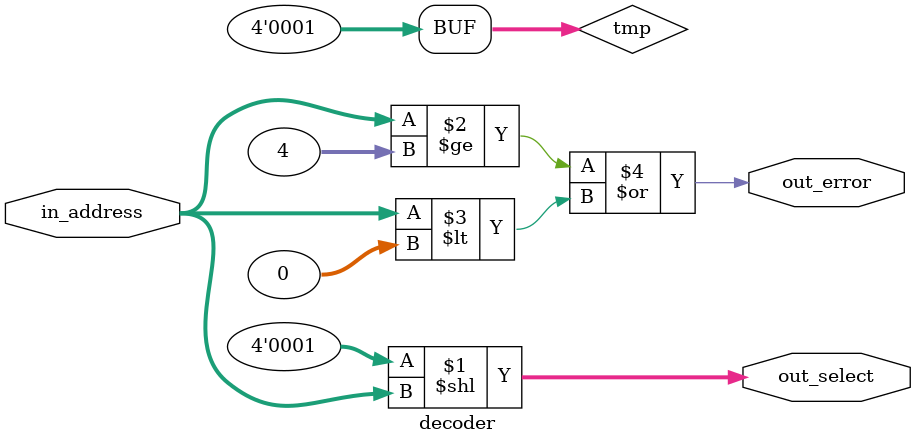
<source format=v>
module decoder #(
    parameter NUM_OUTPUT = 4
) (
    input wire [$clog2(NUM_OUTPUT)-1:0] in_address,
    output wire [NUM_OUTPUT-1:0] out_select,
    output wire out_error
);
    //assign out_select = 0;
    wire [NUM_OUTPUT-1:0] tmp = 4'b0001; // muista laittaa leveys eli koko
                                         // 4'b0001 on visualisointia varten
                                         // koko voi olla isompi kuin 4
    assign out_select = tmp << in_address;
    //assign out_select = tmp2;


    // assign tmp[1:0] = in_address & 2'b01;
    // assign tmp[3:2] = in_address & 2'b01;
    
    // assign out_select[1:0] = in_address & 2'b01;
    // assign out_select[3:2] = in_address & 2'b01;
    // assign out_select[1:0] = in_address[1] ? tmp[1:0] & 2'b00 : tmp[1:0] & 2'b11;
    //assign out_select[1:0] = in_address[1] ? 2'b00 : 2'b11;
    // assign out_select[3:2] = in_address[1] ? tmp[1:0] & 2'b11 : tmp[1:0] & 2'b00;
    //in_address[1] ? 2'b11 : 2'b00;
    // assign out_select[1] = in_address[1];
    // assign out_select[3] = in_address[1];
    // assign out_select[0] = 1;
    // assign out_select[2] = 0;
    // assign out_select[1] = 0;
    // assign out_select[3] = 0;

    assign out_error = (in_address >= NUM_OUTPUT) | (in_address < 0);

    
endmodule
</source>
